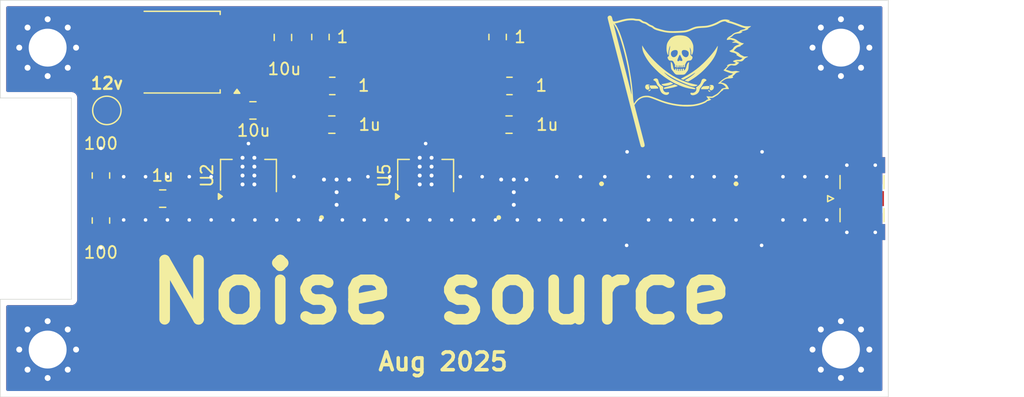
<source format=kicad_pcb>
(kicad_pcb (version 20240108) (generator "pcbnew") (generator_version "8.0")
  (layers (0 "F.Cu" signal) (31 "B.Cu" signal) (34 "B.Paste" user) (35 "F.Paste" user) (36 "B.SilkS" user "B.Silkscreen") (37 "F.SilkS" user "F.Silkscreen") (38 "B.Mask" user) (39 "F.Mask" user) (44 "Edge.Cuts" user))
  (net 0 "")
  (net 1 "GND")
  (net 2 "Net-(AT1-OUT)")
  (net 3 "Net-(AT1-IN)")
  (net 4 "Net-(U1-OUT)")
  (net 5 "Net-(C3-Pad1)")
  (net 6 "Net-(C4-Pad1)")
  (net 7 "Net-(C5-Pad1)")
  (net 8 "Net-(C5-Pad2)")
  (net 9 "Net-(R1-Pad2)")
  (net 10 "Net-(R3-Pad2)")
  (net 11 "Net-(U2-Pad3)")
  (net 12 "Net-(U3-Pad2)")
  (net 15 "Net-(U4-Pad1)")
  (net 16 "Net-(J1-Pin_1)")
  (net 17 "Net-(AT2-OUT)")
  (footprint "Footprints:SOT-89-3_VIAS" (layer "F.Cu") (at 129.659654 89.3 90)
    (property "Reference" "U2" (at 0 -3.5 90) (layer "F.SilkS"))
    (property "Value" "GVA-82")
    (pad "1" smd roundrect (at -1.95 -1.5 90) (size 1.3 0.9) (layers "F.Cu" "F.Paste" "F.Mask") (net 7 "Net-(C5-Pad1)"))
    (pad "2" smd custom (at -1.8625 0 90) (size 1.475 0.9) (layers "F.Cu" "F.Paste" "F.Mask") (net 1 "GND") (options (clearance outline) (anchor rect)) (primitives (gr_poly (pts (xy 3.8625 0.8665) (xy 0.7375 0.8665) (xy 0.7375 -0.8665) (xy 3.8625 -0.8665)) (width 0) (fill yes))))
    (pad "2" thru_hole circle (at -0.75 -0.5 90) (size 0.44 0.44) (drill 0.33) (layers "*.Cu") (net 1 "GND"))
    (pad "2" thru_hole circle (at -0.75 0.5 90) (size 0.44 0.44) (drill 0.33) (layers "*.Cu") (net 1 "GND"))
    (pad "2" thru_hole circle (at 0 -0.5 90) (size 0.44 0.44) (drill 0.33) (layers "*.Cu") (net 1 "GND"))
    (pad "2" thru_hole circle (at 0 0.5 90) (size 0.44 0.44) (drill 0.33) (layers "*.Cu") (net 1 "GND"))
    (pad "2" thru_hole circle (at 0.75 -0.5 90) (size 0.44 0.44) (drill 0.33) (layers "*.Cu") (net 1 "GND"))
    (pad "2" thru_hole circle (at 0.75 0.5 90) (size 0.44 0.44) (drill 0.33) (layers "*.Cu") (net 1 "GND"))
    (pad "2" thru_hole circle (at 1.5 -0.5 90) (size 0.44 0.44) (drill 0.33) (layers "*.Cu") (net 1 "GND"))
    (pad "2" thru_hole circle (at 1.5 0.5 90) (size 0.44 0.44) (drill 0.33) (layers "*.Cu") (net 1 "GND"))
    (pad "3" smd roundrect (at -1.95 1.5 90) (size 1.3 0.9) (layers "F.Cu" "F.Paste" "F.Mask") (net 11 "Net-(U2-Pad3)"))
  )
  (footprint "Capacitor_SMD:C_0805_2012Metric_Pad1.18x1.45mm_HandSolder" (layer "F.Cu") (at 132.569861 77.6375 -90)
    (property "Reference" "C2" (hide yes))
    (property "Value" "10u" (at 2.6625 -0.130139 180) (layer "F.SilkS"))
    (pad "1" smd roundrect (at -1.0375 0 270) (size 1.175 1.45) (layers "F.Cu" "F.Paste" "F.Mask") (roundrect_rratio 0.212766) (net 4 "Net-(U1-OUT)"))
    (pad "2" smd roundrect (at 1.0375 0 270) (size 1.175 1.45) (layers "F.Cu" "F.Paste" "F.Mask") (roundrect_rratio 0.212766) (net 1 "GND"))
  )
  (footprint "MountingHole:MountingHole_3.2mm_M3_Pad_Via" (layer "F.Cu") (at 112.7 104)
    (property "Reference" "H3" (hide yes))
    (property "Value" "MountingHole_Pad" (hide yes))
    (pad "1" thru_hole circle (at -2.4 0) (size 0.8 0.8) (drill 0.5) (layers "*.Cu" "*.Mask") (net 1 "GND"))
    (pad "1" thru_hole circle (at -1.697056 -1.697056) (size 0.8 0.8) (drill 0.5) (layers "*.Cu" "*.Mask") (net 1 "GND"))
    (pad "1" thru_hole circle (at -1.697056 1.697056) (size 0.8 0.8) (drill 0.5) (layers "*.Cu" "*.Mask") (net 1 "GND"))
    (pad "1" thru_hole circle (at 0 -2.4) (size 0.8 0.8) (drill 0.5) (layers "*.Cu" "*.Mask") (net 1 "GND"))
    (pad "1" thru_hole circle (at 0 0) (size 6.4 6.4) (drill 3.2) (layers "*.Cu" "*.Mask") (net 1 "GND"))
    (pad "1" thru_hole circle (at 0 2.4) (size 0.8 0.8) (drill 0.5) (layers "*.Cu" "*.Mask") (net 1 "GND"))
    (pad "1" thru_hole circle (at 1.697056 -1.697056) (size 0.8 0.8) (drill 0.5) (layers "*.Cu" "*.Mask") (net 1 "GND"))
    (pad "1" thru_hole circle (at 1.697056 1.697056) (size 0.8 0.8) (drill 0.5) (layers "*.Cu" "*.Mask") (net 1 "GND"))
    (pad "1" thru_hole circle (at 2.4 0) (size 0.8 0.8) (drill 0.5) (layers "*.Cu" "*.Mask") (net 1 "GND"))
  )
  (footprint "Capacitor_SMD:C_0805_2012Metric_Pad1.18x1.45mm_HandSolder" (layer "F.Cu") (at 136.702223 85 180)
    (property "Reference" "C3" (hide yes))
    (property "Value" "1u" (at -3.197777 0 0) (layer "F.SilkS"))
    (pad "1" smd roundrect (at -1.0375 0 180) (size 1.175 1.45) (layers "F.Cu" "F.Paste" "F.Mask") (roundrect_rratio 0.212766) (net 5 "Net-(C3-Pad1)"))
    (pad "2" smd roundrect (at 1.0375 0 180) (size 1.175 1.45) (layers "F.Cu" "F.Paste" "F.Mask") (roundrect_rratio 0.212766) (net 1 "GND"))
  )
  (footprint "Resistor_SMD:R_0805_2012Metric_Pad1.20x1.40mm_HandSolder" (layer "F.Cu") (at 136.739723 81.735)
    (property "Reference" "R2" (hide yes))
    (property "Value" "1" (at 2.660277 -0.035 0) (layer "F.SilkS"))
    (pad "1" smd roundrect (at -1 0) (size 1.2 1.4) (layers "F.Cu" "F.Paste" "F.Mask") (roundrect_rratio 0.208333) (net 9 "Net-(R1-Pad2)"))
    (pad "2" smd roundrect (at 1 0) (size 1.2 1.4) (layers "F.Cu" "F.Paste" "F.Mask") (roundrect_rratio 0.208333) (net 5 "Net-(C3-Pad1)"))
  )
  (footprint "Footprints:IC_TCBT-14_" (layer "F.Cu") (at 152.069861 89.64 90)
    (property "Reference" "U4" (hide yes))
    (property "Value" "TCBT-14_" (hide yes))
    (pad "1" smd rect (at -1.61 -1.27 90) (size 1.68 0.79) (layers "F.Cu" "F.Paste") (net 15 "Net-(U4-Pad1)"))
    (pad "2" smd rect (at -1.61 1.27 90) (size 1.68 0.79) (layers "F.Cu" "F.Paste") (net 3 "Net-(AT1-IN)"))
    (pad "3" smd rect (at 1.61 0.635 90) (size 1.68 2.06) (layers "F.Cu" "F.Paste") (net 6 "Net-(C4-Pad1)"))
    (pad "4" smd rect (at 1.61 -1.27 90) (size 1.68 0.79) (layers "F.Cu" "F.Paste"))
    (pad "5" thru_hole circle (at -2.1336 0 90) (size 0.44 0.44) (drill 0.33) (layers "*.Cu") (net 1 "GND"))
    (pad "5" thru_hole circle (at -1.0668 0 90) (size 0.44 0.44) (drill 0.33) (layers "*.Cu") (net 1 "GND"))
    (pad "5" thru_hole circle (at 0 -1.0668 90) (size 0.44 0.44) (drill 0.33) (layers "*.Cu") (net 1 "GND"))
    (pad "5" smd custom (at 0 0 90) (size 0.1 0.1) (layers "F.Cu") (net 1 "GND") (options (clearance outline) (anchor rect)) (primitives (gr_poly (pts (xy -0.34 -1.7) (xy 0.35 -1.7) (xy 0.35 1.9) (xy -0.34 1.9) (xy -0.34 0.395) (xy -2.45 0.395) (xy -2.45 -0.395) (xy -0.34 -0.395)) (width 0.01) (fill yes))))
    (pad "5" thru_hole circle (at 0 0 90) (size 0.44 0.44) (drill 0.33) (layers "*.Cu") (net 1 "GND"))
    (pad "5" thru_hole circle (at 0 1.0668 90) (size 0.44 0.44) (drill 0.33) (layers "*.Cu") (net 1 "GND"))
  )
  (footprint "MountingHole:MountingHole_3.2mm_M3_Pad_Via" (layer "F.Cu") (at 112.7 78.5)
    (property "Reference" "H1" (hide yes))
    (property "Value" "MountingHole_Pad" (hide yes))
    (pad "1" thru_hole circle (at -2.4 0) (size 0.8 0.8) (drill 0.5) (layers "*.Cu" "*.Mask") (net 1 "GND"))
    (pad "1" thru_hole circle (at -1.697056 -1.697056) (size 0.8 0.8) (drill 0.5) (layers "*.Cu" "*.Mask") (net 1 "GND"))
    (pad "1" thru_hole circle (at -1.697056 1.697056) (size 0.8 0.8) (drill 0.5) (layers "*.Cu" "*.Mask") (net 1 "GND"))
    (pad "1" thru_hole circle (at 0 -2.4) (size 0.8 0.8) (drill 0.5) (layers "*.Cu" "*.Mask") (net 1 "GND"))
    (pad "1" thru_hole circle (at 0 0) (size 6.4 6.4) (drill 3.2) (layers "*.Cu" "*.Mask") (net 1 "GND"))
    (pad "1" thru_hole circle (at 0 2.4) (size 0.8 0.8) (drill 0.5) (layers "*.Cu" "*.Mask") (net 1 "GND"))
    (pad "1" thru_hole circle (at 1.697056 -1.697056) (size 0.8 0.8) (drill 0.5) (layers "*.Cu" "*.Mask") (net 1 "GND"))
    (pad "1" thru_hole circle (at 1.697056 1.697056) (size 0.8 0.8) (drill 0.5) (layers "*.Cu" "*.Mask") (net 1 "GND"))
    (pad "1" thru_hole circle (at 2.4 0) (size 0.8 0.8) (drill 0.5) (layers "*.Cu" "*.Mask") (net 1 "GND"))
  )
  (footprint "Footprints:PAT3" (layer "F.Cu") (at 161.63993 91.25)
    (property "Reference" "AT1" (hide yes))
    (property "Value" "PAT-3+" (hide yes))
    (pad "1" smd rect (at -2.16 0 90) (size 1.52 1.52) (layers "F.Cu" "F.Paste" "F.Mask") (net 3 "Net-(AT1-IN)"))
    (pad "2" smd rect (at 0 2.095 90) (size 1.65 2.03) (layers "F.Cu" "F.Paste" "F.Mask") (net 1 "GND"))
    (pad "3" smd rect (at 2.16 0 90) (size 1.52 1.52) (layers "F.Cu" "F.Paste" "F.Mask") (net 2 "Net-(AT1-OUT)"))
    (pad "4" smd rect (at 0 -2.095 90) (size 1.65 2.03) (layers "F.Cu" "F.Paste" "F.Mask") (net 1 "GND"))
  )
  (footprint "LOGO" (layer "F.Cu") (at 166.2 81.3)
    (property "Reference" "G***" (hide yes))
    (property "Value" "LOGO" (hide yes))
  )
  (footprint "Capacitor_SMD:C_0805_2012Metric_Pad1.18x1.45mm_HandSolder" (layer "F.Cu") (at 130.0375 83.8)
    (property "Reference" "C1" (hide yes))
    (property "Value" "10u" (at 0.0625 1.7 0) (layer "F.SilkS"))
    (pad "1" smd roundrect (at -1.0375 0) (size 1.175 1.45) (layers "F.Cu" "F.Paste" "F.Mask") (roundrect_rratio 0.212766) (net 16 "Net-(J1-Pin_1)"))
    (pad "2" smd roundrect (at 1.0375 0) (size 1.175 1.45) (layers "F.Cu" "F.Paste" "F.Mask") (roundrect_rratio 0.212766) (net 1 "GND"))
  )
  (footprint "Package_TO_SOT_SMD:TO-252-2" (layer "F.Cu") (at 123.96 78.88 180)
    (property "Reference" "U1" (hide yes))
    (property "Value" "L7805" (hide yes))
    (pad "1" smd roundrect (at -5.04 -2.28 180) (size 2.2 1.2) (layers "F.Cu" "F.Paste" "F.Mask") (roundrect_rratio 0.208333) (net 16 "Net-(J1-Pin_1)"))
    (pad "2" smd roundrect (at -0.415 -1.525 180) (size 3.05 2.75) (layers "F.Cu" "F.Paste") (roundrect_rratio 0.090909) (net 1 "GND"))
    (pad "2" smd roundrect (at -0.415 1.525 180) (size 3.05 2.75) (layers "F.Cu" "F.Paste") (roundrect_rratio 0.090909) (net 1 "GND"))
    (pad "2" smd roundrect (at 1.26 0 180) (size 6.4 5.8) (layers "F.Cu" "F.Mask") (roundrect_rratio 0.043103) (net 1 "GND"))
    (pad "2" smd roundrect (at 2.935 -1.525 180) (size 3.05 2.75) (layers "F.Cu" "F.Paste") (roundrect_rratio 0.090909) (net 1 "GND"))
    (pad "2" smd roundrect (at 2.935 1.525 180) (size 3.05 2.75) (layers "F.Cu" "F.Paste") (roundrect_rratio 0.090909) (net 1 "GND"))
    (pad "3" smd roundrect (at -5.04 2.28 180) (size 2.2 1.2) (layers "F.Cu" "F.Paste" "F.Mask") (roundrect_rratio 0.208333) (net 4 "Net-(U1-OUT)"))
  )
  (footprint "Resistor_SMD:R_0805_2012Metric_Pad1.20x1.40mm_HandSolder" (layer "F.Cu") (at 117.2 93.1 -90)
    (property "Reference" "R5" (hide yes))
    (property "Value" "100" (at 2.7 0 180) (layer "F.SilkS"))
    (pad "1" smd roundrect (at -1 0 270) (size 1.2 1.4) (layers "F.Cu" "F.Paste" "F.Mask") (roundrect_rratio 0.208333) (net 8 "Net-(C5-Pad2)"))
    (pad "2" smd roundrect (at 1 0 270) (size 1.2 1.4) (layers "F.Cu" "F.Paste" "F.Mask") (roundrect_rratio 0.208333) (net 1 "GND"))
  )
  (footprint "Footprints:SMA_Edge" (layer "F.Cu") (at 181.335 91.25 90)
    (property "Reference" "J2" (hide yes))
    (property "Value" "ANT")
    (pad "1" smd rect (at 0 0.2 90) (size 1.27 3.6) (layers "F.Cu" "F.Paste" "F.Mask") (net 17 "Net-(AT2-OUT)"))
    (pad "2" smd rect (at -2.825 0 90) (size 1.35 4.2) (layers "F.Cu" "F.Paste" "F.Mask") (net 1 "GND"))
    (pad "2" smd rect (at -2.825 0 90) (size 1.35 4.2) (layers "B.Cu" "B.Paste" "B.Mask") (net 1 "GND"))
    (pad "2" smd rect (at 2.825 0 90) (size 1.35 4.2) (layers "F.Cu" "F.Paste" "F.Mask") (net 1 "GND"))
    (pad "2" smd rect (at 2.825 0 90) (size 1.35 4.2) (layers "B.Cu" "B.Paste" "B.Mask") (net 1 "GND"))
  )
  (footprint "Resistor_SMD:R_0805_2012Metric_Pad1.20x1.40mm_HandSolder" (layer "F.Cu") (at 135.739723 77.6 -90)
    (property "Reference" "R1" (hide yes))
    (property "Value" "1" (at 0 -1.860277 180) (layer "F.SilkS"))
    (pad "1" smd roundrect (at -1 0 270) (size 1.2 1.4) (layers "F.Cu" "F.Paste" "F.Mask") (roundrect_rratio 0.208333) (net 4 "Net-(U1-OUT)"))
    (pad "2" smd roundrect (at 1 0 270) (size 1.2 1.4) (layers "F.Cu" "F.Paste" "F.Mask") (roundrect_rratio 0.208333) (net 9 "Net-(R1-Pad2)"))
  )
  (footprint "Capacitor_SMD:C_0805_2012Metric_Pad1.18x1.45mm_HandSolder" (layer "F.Cu") (at 151.667361 85 180)
    (property "Reference" "C4" (hide yes))
    (property "Value" "1u" (at -3.232639 0 0) (layer "F.SilkS"))
    (pad "1" smd roundrect (at -1.0375 0 180) (size 1.175 1.45) (layers "F.Cu" "F.Paste" "F.Mask") (roundrect_rratio 0.212766) (net 6 "Net-(C4-Pad1)"))
    (pad "2" smd roundrect (at 1.0375 0 180) (size 1.175 1.45) (layers "F.Cu" "F.Paste" "F.Mask") (roundrect_rratio 0.212766) (net 1 "GND"))
  )
  (footprint "Footprints:IC_TCBT-14_" (layer "F.Cu") (at 137.104723 89.64 90)
    (property "Reference" "U3" (hide yes))
    (property "Value" "TCBT-14_" (hide yes))
    (pad "1" smd rect (at -1.61 -1.27 90) (size 1.68 0.79) (layers "F.Cu" "F.Paste") (net 11 "Net-(U2-Pad3)"))
    (pad "2" smd rect (at -1.61 1.27 90) (size 1.68 0.79) (layers "F.Cu" "F.Paste") (net 12 "Net-(U3-Pad2)"))
    (pad "3" smd rect (at 1.61 0.635 90) (size 1.68 2.06) (layers "F.Cu" "F.Paste") (net 5 "Net-(C3-Pad1)"))
    (pad "4" smd rect (at 1.61 -1.27 90) (size 1.68 0.79) (layers "F.Cu" "F.Paste"))
    (pad "5" thru_hole circle (at -2.1336 0 90) (size 0.44 0.44) (drill 0.33) (layers "*.Cu") (net 1 "GND"))
    (pad "5" thru_hole circle (at -1.0668 0 90) (size 0.44 0.44) (drill 0.33) (layers "*.Cu") (net 1 "GND"))
    (pad "5" thru_hole circle (at 0 -1.0668 90) (size 0.44 0.44) (drill 0.33) (layers "*.Cu") (net 1 "GND"))
    (pad "5" smd custom (at 0 0 90) (size 0.1 0.1) (layers "F.Cu") (net 1 "GND") (options (clearance outline) (anchor rect)) (primitives (gr_poly (pts (xy -0.34 -1.7) (xy 0.35 -1.7) (xy 0.35 1.9) (xy -0.34 1.9) (xy -0.34 0.395) (xy -2.45 0.395) (xy -2.45 -0.395) (xy -0.34 -0.395)) (width 0.01) (fill yes))))
    (pad "5" thru_hole circle (at 0 0 90) (size 0.44 0.44) (drill 0.33) (layers "*.Cu") (net 1 "GND"))
    (pad "5" thru_hole circle (at 0 1.0668 90) (size 0.44 0.44) (drill 0.33) (layers "*.Cu") (net 1 "GND"))
  )
  (footprint "TestPoint:TestPoint_Pad_D2.0mm" (layer "F.Cu") (at 117.7 83.8)
    (property "Reference" "J1" (hide yes))
    (property "Value" "PWR" (hide yes))
    (pad "1" smd circle (at 0 0) (size 2 2) (layers "F.Cu" "F.Mask") (net 16 "Net-(J1-Pin_1)"))
  )
  (footprint "Resistor_SMD:R_0805_2012Metric_Pad1.20x1.40mm_HandSolder" (layer "F.Cu") (at 117.2 89.3 90)
    (property "Reference" "R6" (hide yes))
    (property "Value" "100" (at 2.7 0 180) (layer "F.SilkS"))
    (pad "1" smd roundrect (at -1 0 90) (size 1.2 1.4) (layers "F.Cu" "F.Paste" "F.Mask") (roundrect_rratio 0.208333) (net 8 "Net-(C5-Pad2)"))
    (pad "2" smd roundrect (at 1 0 90) (size 1.2 1.4) (layers "F.Cu" "F.Paste" "F.Mask") (roundrect_rratio 0.208333) (net 1 "GND"))
  )
  (footprint "Footprints:PAT3" (layer "F.Cu") (at 173 91.25)
    (property "Reference" "AT2" (hide yes))
    (property "Value" "PAT-3+" (hide yes))
    (pad "1" smd rect (at -2.16 0 90) (size 1.52 1.52) (layers "F.Cu" "F.Paste" "F.Mask") (net 2 "Net-(AT1-OUT)"))
    (pad "2" smd rect (at 0 2.095 90) (size 1.65 2.03) (layers "F.Cu" "F.Paste" "F.Mask") (net 1 "GND"))
    (pad "3" smd rect (at 2.16 0 90) (size 1.52 1.52) (layers "F.Cu" "F.Paste" "F.Mask") (net 17 "Net-(AT2-OUT)"))
    (pad "4" smd rect (at 0 -2.095 90) (size 1.65 2.03) (layers "F.Cu" "F.Paste" "F.Mask") (net 1 "GND"))
  )
  (footprint "Resistor_SMD:R_0805_2012Metric_Pad1.20x1.40mm_HandSolder" (layer "F.Cu") (at 151.704861 81.735)
    (property "Reference" "R4" (hide yes))
    (property "Value" "1" (at 2.695139 -0.035 0) (layer "F.SilkS"))
    (pad "1" smd roundrect (at -1 0) (size 1.2 1.4) (layers "F.Cu" "F.Paste" "F.Mask") (roundrect_rratio 0.208333) (net 10 "Net-(R3-Pad2)"))
    (pad "2" smd roundrect (at 1 0) (size 1.2 1.4) (layers "F.Cu" "F.Paste" "F.Mask") (roundrect_rratio 0.208333) (net 6 "Net-(C4-Pad1)"))
  )
  (footprint "Capacitor_SMD:C_0805_2012Metric_Pad1.18x1.45mm_HandSolder" (layer "F.Cu") (at 122.414585 91.25 180)
    (property "Reference" "C5" (hide yes))
    (property "Value" "1u" (at 0 1.95 0) (layer "F.SilkS"))
    (pad "1" smd roundrect (at -1.0375 0 180) (size 1.175 1.45) (layers "F.Cu" "F.Paste" "F.Mask") (roundrect_rratio 0.212766) (net 7 "Net-(C5-Pad1)"))
    (pad "2" smd roundrect (at 1.0375 0 180) (size 1.175 1.45) (layers "F.Cu" "F.Paste" "F.Mask") (roundrect_rratio 0.212766) (net 8 "Net-(C5-Pad2)"))
  )
  (footprint "MountingHole:MountingHole_3.2mm_M3_Pad_Via" (layer "F.Cu") (at 179.7 104)
    (property "Reference" "H4" (hide yes))
    (property "Value" "MountingHole_Pad" (hide yes))
    (pad "1" thru_hole circle (at -2.4 0) (size 0.8 0.8) (drill 0.5) (layers "*.Cu" "*.Mask") (net 1 "GND"))
    (pad "1" thru_hole circle (at -1.697056 -1.697056) (size 0.8 0.8) (drill 0.5) (layers "*.Cu" "*.Mask") (net 1 "GND"))
    (pad "1" thru_hole circle (at -1.697056 1.697056) (size 0.8 0.8) (drill 0.5) (layers "*.Cu" "*.Mask") (net 1 "GND"))
    (pad "1" thru_hole circle (at 0 -2.4) (size 0.8 0.8) (drill 0.5) (layers "*.Cu" "*.Mask") (net 1 "GND"))
    (pad "1" thru_hole circle (at 0 0) (size 6.4 6.4) (drill 3.2) (layers "*.Cu" "*.Mask") (net 1 "GND"))
    (pad "1" thru_hole circle (at 0 2.4) (size 0.8 0.8) (drill 0.5) (layers "*.Cu" "*.Mask") (net 1 "GND"))
    (pad "1" thru_hole circle (at 1.697056 -1.697056) (size 0.8 0.8) (drill 0.5) (layers "*.Cu" "*.Mask") (net 1 "GND"))
    (pad "1" thru_hole circle (at 1.697056 1.697056) (size 0.8 0.8) (drill 0.5) (layers "*.Cu" "*.Mask") (net 1 "GND"))
    (pad "1" thru_hole circle (at 2.4 0) (size 0.8 0.8) (drill 0.5) (layers "*.Cu" "*.Mask") (net 1 "GND"))
  )
  (footprint "MountingHole:MountingHole_3.2mm_M3_Pad_Via" (layer "F.Cu") (at 179.7 78.5)
    (property "Reference" "H2" (hide yes))
    (property "Value" "MountingHole_Pad" (hide yes))
    (pad "1" thru_hole circle (at -2.4 0) (size 0.8 0.8) (drill 0.5) (layers "*.Cu" "*.Mask") (net 1 "GND"))
    (pad "1" thru_hole circle (at -1.697056 -1.697056) (size 0.8 0.8) (drill 0.5) (layers "*.Cu" "*.Mask") (net 1 "GND"))
    (pad "1" thru_hole circle (at -1.697056 1.697056) (size 0.8 0.8) (drill 0.5) (layers "*.Cu" "*.Mask") (net 1 "GND"))
    (pad "1" thru_hole circle (at 0 -2.4) (size 0.8 0.8) (drill 0.5) (layers "*.Cu" "*.Mask") (net 1 "GND"))
    (pad "1" thru_hole circle (at 0 0) (size 6.4 6.4) (drill 3.2) (layers "*.Cu" "*.Mask") (net 1 "GND"))
    (pad "1" thru_hole circle (at 0 2.4) (size 0.8 0.8) (drill 0.5) (layers "*.Cu" "*.Mask") (net 1 "GND"))
    (pad "1" thru_hole circle (at 1.697056 -1.697056) (size 0.8 0.8) (drill 0.5) (layers "*.Cu" "*.Mask") (net 1 "GND"))
    (pad "1" thru_hole circle (at 1.697056 1.697056) (size 0.8 0.8) (drill 0.5) (layers "*.Cu" "*.Mask") (net 1 "GND"))
    (pad "1" thru_hole circle (at 2.4 0) (size 0.8 0.8) (drill 0.5) (layers "*.Cu" "*.Mask") (net 1 "GND"))
  )
  (footprint "Footprints:SOT-89-3_VIAS" (layer "F.Cu") (at 144.624792 89.3 90)
    (property "Reference" "U5" (at 0 -3.5 90) (layer "F.SilkS"))
    (property "Value" "GVA-82")
    (pad "1" smd roundrect (at -1.95 -1.5 90) (size 1.3 0.9) (layers "F.Cu" "F.Paste" "F.Mask") (net 12 "Net-(U3-Pad2)"))
    (pad "2" smd custom (at -1.8625 0 90) (size 1.475 0.9) (layers "F.Cu" "F.Paste" "F.Mask") (net 1 "GND") (options (clearance outline) (anchor rect)) (primitives (gr_poly (pts (xy 3.8625 0.8665) (xy 0.7375 0.8665) (xy 0.7375 -0.8665) (xy 3.8625 -0.8665)) (width 0) (fill yes))))
    (pad "2" thru_hole circle (at -0.75 -0.5 90) (size 0.44 0.44) (drill 0.33) (layers "*.Cu") (net 1 "GND"))
    (pad "2" thru_hole circle (at -0.75 0.5 90) (size 0.44 0.44) (drill 0.33) (layers "*.Cu") (net 1 "GND"))
    (pad "2" thru_hole circle (at 0 -0.5 90) (size 0.44 0.44) (drill 0.33) (layers "*.Cu") (net 1 "GND"))
    (pad "2" thru_hole circle (at 0 0.5 90) (size 0.44 0.44) (drill 0.33) (layers "*.Cu") (net 1 "GND"))
    (pad "2" thru_hole circle (at 0.75 -0.5 90) (size 0.44 0.44) (drill 0.33) (layers "*.Cu") (net 1 "GND"))
    (pad "2" thru_hole circle (at 0.75 0.5 90) (size 0.44 0.44) (drill 0.33) (layers "*.Cu") (net 1 "GND"))
    (pad "2" thru_hole circle (at 1.5 -0.5 90) (size 0.44 0.44) (drill 0.33) (layers "*.Cu") (net 1 "GND"))
    (pad "2" thru_hole circle (at 1.5 0.5 90) (size 0.44 0.44) (drill 0.33) (layers "*.Cu") (net 1 "GND"))
    (pad "3" smd roundrect (at -1.95 1.5 90) (size 1.3 0.9) (layers "F.Cu" "F.Paste" "F.Mask") (net 15 "Net-(U4-Pad1)"))
  )
  (footprint "Resistor_SMD:R_0805_2012Metric_Pad1.20x1.40mm_HandSolder" (layer "F.Cu") (at 150.704861 77.6 -90)
    (property "Reference" "R3" (hide yes))
    (property "Value" "1" (at 0 -1.895139 180) (layer "F.SilkS"))
    (pad "1" smd roundrect (at -1 0 270) (size 1.2 1.4) (layers "F.Cu" "F.Paste" "F.Mask") (roundrect_rratio 0.208333) (net 4 "Net-(U1-OUT)"))
    (pad "2" smd roundrect (at 1 0 270) (size 1.2 1.4) (layers "F.Cu" "F.Paste" "F.Mask") (roundrect_rratio 0.208333) (net 10 "Net-(R3-Pad2)"))
  )
  (gr_rect (start 116.6 90.2) (end 118.1 92.2) (stroke (width 0.2)) (fill solid) (layer "F.Cu") (net 8))
  (gr_line (start 183.7 108) (end 183.7 74.5) (stroke (width 0.05)) (layer "Edge.Cuts"))
  (gr_line (start 108.7 99.75) (end 108.7 108) (stroke (width 0.05)) (layer "Edge.Cuts"))
  (gr_line (start 108.7 99.75) (end 114.7 99.75) (stroke (width 0.05)) (layer "Edge.Cuts"))
  (gr_line (start 114.7 82.75) (end 114.7 99.75) (stroke (width 0.05)) (layer "Edge.Cuts"))
  (gr_line (start 183.7 74.5) (end 108.7 74.5) (stroke (width 0.05)) (layer "Edge.Cuts"))
  (gr_line (start 108.7 74.5) (end 108.7 82.75) (stroke (width 0.05)) (layer "Edge.Cuts"))
  (gr_line (start 114.7 82.75) (end 108.7 82.75) (stroke (width 0.05)) (layer "Edge.Cuts"))
  (gr_line (start 108.7 108) (end 183.7 108) (stroke (width 0.05)) (layer "Edge.Cuts"))
  (gr_text "Noise source" (at 120.8 102.1 0) (layer "F.SilkS") (effects (font (size 5 5) (thickness 0.9) (bold yes)) (justify left bottom)))
  (gr_text "12v" (at 116.241667 82.1 0) (layer "F.SilkS") (effects (font (size 1 1) (thickness 0.2) (bold yes)) (justify left bottom)))
  (gr_text "Aug 2025" (at 140.47143 105.9 0) (layer "F.SilkS") (effects (font (size 1.5 1.5) (thickness 0.3) (bold yes)) (justify left bottom)))
  (via (at 146.827805 93.05) (size 0.6) (drill 0.3) (layers "F.Cu" "B.Cu") (net 1))
  (via (at 182.6 88.425) (size 0.6) (drill 0.3) (layers "F.Cu" "B.Cu") (net 1))
  (via (at 178.5 93.05) (size 0.6) (drill 0.3) (layers "F.Cu" "B.Cu") (net 1))
  (via (at 163.452488 89.4) (size 0.6) (drill 0.3) (layers "F.Cu" "B.Cu") (net 1))
  (via (at 144.980618 93.05) (size 0.6) (drill 0.3) (layers "F.Cu" "B.Cu") (net 1))
  (via (at 176.652797 89.4) (size 0.6) (drill 0.3) (layers "F.Cu" "B.Cu") (net 1))
  (via (at 168.994049 89.4) (size 0.6) (drill 0.3) (layers "F.Cu" "B.Cu") (net 1))
  (via (at 120.967187 89.4) (size 0.6) (drill 0.3) (layers "F.Cu" "B.Cu") (net 1))
  (via (at 182.6 94.1) (size 0.6) (drill 0.3) (layers "F.Cu" "B.Cu") (net 1))
  (via (at 117.2 95.4) (size 0.6) (drill 0.3) (layers "F.Cu" "B.Cu") (net 1))
  (via (at 167.146862 93.05) (size 0.6) (drill 0.3) (layers "F.Cu" "B.Cu") (net 1))
  (via (at 130.203122 93.05) (size 0.6) (drill 0.3) (layers "F.Cu" "B.Cu") (net 1))
  (via (at 119.12 93.05) (size 0.6) (drill 0.3) (layers "F.Cu" "B.Cu") (net 1))
  (via (at 122.814374 93.05) (size 0.6) (drill 0.3) (layers "F.Cu" "B.Cu") (net 1))
  (via (at 137.59187 93.05) (size 0.6) (drill 0.3) (layers "F.Cu" "B.Cu") (net 1))
  (via (at 143.133431 93.05) (size 0.6) (drill 0.3) (layers "F.Cu" "B.Cu") (net 1))
  (via (at 176.652797 93.05) (size 0.6) (drill 0.3) (layers "F.Cu" "B.Cu") (net 1))
  (via (at 156.06374 93.05) (size 0.6) (drill 0.3) (layers "F.Cu" "B.Cu") (net 1))
  (via (at 163.452488 93.05) (size 0.6) (drill 0.3) (layers "F.Cu" "B.Cu") (net 1))
  (via (at 168.994049 93.05) (size 0.6) (drill 0.3) (layers "F.Cu" "B.Cu") (net 1))
  (via (at 129.659654 86.6) (size 0.6) (drill 0.3) (layers "F.Cu" "B.Cu") (net 1))
  (via (at 141.286244 93.05) (size 0.6) (drill 0.3) (layers "F.Cu" "B.Cu") (net 1))
  (via (at 174.80561 89.4) (size 0.6) (drill 0.3) (layers "F.Cu" "B.Cu") (net 1))
  (via (at 128.355935 93.05) (size 0.6) (drill 0.3) (layers "F.Cu" "B.Cu") (net 1))
  (via (at 159.758114 93.05) (size 0.6) (drill 0.3) (layers "F.Cu" "B.Cu") (net 1))
  (via (at 157.7 89.4) (size 0.6) (drill 0.3) (layers "F.Cu" "B.Cu") (net 1))
  (via (at 178.5 89.4) (size 0.6) (drill 0.3) (layers "F.Cu" "B.Cu") (net 1))
  (via (at 147.552813 89.4) (size 0.6) (drill 0.3) (layers "F.Cu" "B.Cu") (net 1))
  (via (at 165.299675 89.4) (size 0.6) (drill 0.3) (layers "F.Cu" "B.Cu") (net 1))
  (via (at 132.050309 93.05) (size 0.6) (drill 0.3) (layers "F.Cu" "B.Cu") (net 1))
  (via (at 170.841236 93.05) (size 0.6) (drill 0.3) (layers "F.Cu" "B.Cu") (net 1))
  (via (at 120.967187 93.05) (size 0.6) (drill 0.3) (layers "F.Cu" "B.Cu") (net 1))
  (via (at 124.661561 89.4) (size 0.6) (drill 0.3) (layers "F.Cu" "B.Cu") (net 1))
  (via (at 139.439057 93.05) (size 0.6) (drill 0.3) (layers "F.Cu" "B.Cu") (net 1))
  (via (at 124.661561 93.05) (size 0.6) (drill 0.3) (layers "F.Cu" "B.Cu") (net 1))
  (via (at 152.369366 93.05) (size 0.6) (drill 0.3) (layers "F.Cu" "B.Cu") (net 1))
  (via (at 180.2 88.425) (size 0.6) (drill 0.3) (layers "F.Cu" "B.Cu") (net 1))
  (via (at 161.63993 87.3) (size 0.6) (drill 0.3) (layers "F.Cu" "B.Cu") (net 1))
  (via (at 122.814374 89.4) (size 0.6) (drill 0.3) (layers "F.Cu" "B.Cu") (net 1))
  (via (at 170.841236 89.4) (size 0.6) (drill 0.3) (layers "F.Cu" "B.Cu") (net 1))
  (via (at 119.12 89.4) (size 0.6) (drill 0.3) (layers "F.Cu" "B.Cu") (net 1))
  (via (at 173 95.2) (size 0.6) (drill 0.3) (layers "F.Cu" "B.Cu") (net 1))
  (via (at 126.508748 89.4) (size 0.6) (drill 0.3) (layers "F.Cu" "B.Cu") (net 1))
  (via (at 126.508748 93.05) (size 0.6) (drill 0.3) (layers "F.Cu" "B.Cu") (net 1))
  (via (at 161.6 95.2) (size 0.6) (drill 0.3) (layers "F.Cu" "B.Cu") (net 1))
  (via (at 150.522179 93.05) (size 0.6) (drill 0.3) (layers "F.Cu" "B.Cu") (net 1))
  (via (at 154.216553 93.05) (size 0.6) (drill 0.3) (layers "F.Cu" "B.Cu") (net 1))
  (via (at 133.897496 93.05) (size 0.6) (drill 0.3) (layers "F.Cu" "B.Cu") (net 1))
  (via (at 167.146862 89.4) (size 0.6) (drill 0.3) (layers "F.Cu" "B.Cu") (net 1))
  (via (at 141.6 89.4) (size 0.6) (drill 0.3) (layers "F.Cu" "B.Cu") (net 1))
  (via (at 180.2 94.1) (size 0.6) (drill 0.3) (layers "F.Cu" "B.Cu") (net 1))
  (via (at 157.910927 93.05) (size 0.6) (drill 0.3) (layers "F.Cu" "B.Cu") (net 1))
  (via (at 159.758114 89.4) (size 0.6) (drill 0.3) (layers "F.Cu" "B.Cu") (net 1))
  (via (at 144.624792 86.6) (size 0.6) (drill 0.3) (layers "F.Cu" "B.Cu") (net 1))
  (via (at 133.5 89.4) (size 0.6) (drill 0.3) (layers "F.Cu" "B.Cu") (net 1))
  (via (at 173.03993 87.3) (size 0.6) (drill 0.3) (layers "F.Cu" "B.Cu") (net 1))
  (via (at 149.4 89.4) (size 0.6) (drill 0.3) (layers "F.Cu" "B.Cu") (net 1))
  (via (at 117.2 87) (size 0.6) (drill 0.3) (layers "F.Cu" "B.Cu") (net 1))
  (via (at 135.744683 93.05) (size 0.6) (drill 0.3) (layers "F.Cu" "B.Cu") (net 1))
  (via (at 148.674992 93.05) (size 0.6) (drill 0.3) (layers "F.Cu" "B.Cu") (net 1))
  (via (at 139.752813 89.4) (size 0.6) (drill 0.3) (layers "F.Cu" "B.Cu") (net 1))
  (via (at 165.299675 93.05) (size 0.6) (drill 0.3) (layers "F.Cu" "B.Cu") (net 1))
  (via (at 155.7 89.4) (size 0.6) (drill 0.3) (layers "F.Cu" "B.Cu") (net 1))
  (via (at 174.80561 93.05) (size 0.6) (drill 0.3) (layers "F.Cu" "B.Cu") (net 1))
  (segment (start 170.84 91.25) (end 163.79993 91.25) (width 1.4364) (layer "F.Cu") (net 2))
  (segment (start 159.47993 91.25) (end 154.6 91.25) (width 1.4364) (layer "F.Cu") (net 3))
  (segment (start 149.2 76.6) (end 130.8 76.6) (width 1.4364) (layer "F.Cu") (net 4))
  (segment (start 137.739723 83.2) (end 137.739723 86.4) (width 1.4364) (layer "F.Cu") (net 5))
  (segment (start 152.704861 83.204861) (end 152.704861 86.495139) (width 1.4364) (layer "F.Cu") (net 6))
  (segment (start 123.59 91.25) (end 127 91.25) (width 1.4364) (layer "F.Cu") (net 7))
  (segment (start 121.25 91.25) (end 118.8 91.25) (width 1.4364) (layer "F.Cu") (net 8))
  (segment (start 135.739723 78.6) (end 135.739723 81.735) (width 1.4364) (layer "F.Cu") (net 9))
  (segment (start 150.704861 79.6) (end 150.704861 80.795139) (width 1.4364) (layer "F.Cu") (net 10))
  (segment (start 132.35 91.25) (end 134.7 91.25) (width 1.4364) (layer "F.Cu") (net 11))
  (segment (start 141.9 91.25) (end 139.5 91.25) (width 1.4364) (layer "F.Cu") (net 12))
  (segment (start 147.4 91.25) (end 149.7 91.25) (width 1.4364) (layer "F.Cu") (net 15))
  (segment (start 129 81.16) (end 129 83.8) (width 1.4364) (layer "F.Cu") (net 16))
  (segment (start 117.7 83.8) (end 129 83.8) (width 1.4364) (layer "F.Cu") (net 16))
  (segment (start 175.16 91.25) (end 181.535 91.25) (width 1.4364) (layer "F.Cu") (net 17))
  (zone (net 12) (net_name "Net-(U3-Pad2)") (layer "F.Cu") (priority 17540) (connect_pads yes (clearance 0)) (min_thickness 0.0254) (fill yes (thermal_gap 0.5) (thermal_bridge_width 0.5))
    (polygon (pts (xy 141.79227 91.25) (xy 141.891 91.9682) (xy 142.00057 91.96629) (xy 142.095247 91.961107) (xy 142.178017 91.953468) (xy 142.251864 91.944193) (xy 142.319775 91.9341) (xy 142.384735 91.924006) (xy 142.449731 91.914731) (xy 142.517749 91.907092) (xy 142.591774 91.901909) (xy 142.674792 91.9) (xy 143.124792 91.9) (xy 143.202792 91.25) (xy 143.124792 90.6) (xy 142.674792 90.6) (xy 142.591774 90.59809) (xy 142.517749 90.592907) (xy 142.449731 90.585268) (xy 142.384735 90.575993) (xy 142.319775 90.5659) (xy 142.251864 90.555806) (xy 142.178017 90.546531) (xy 142.095247 90.538892) (xy 142.00057 90.533709) (xy 141.891 90.5318)))
  )
  (zone (net 8) (net_name "Net-(C5-Pad2)") (layer "F.Cu") (priority 17540) (connect_pads yes (clearance 0)) (min_thickness 0.0254) (fill yes (thermal_gap 0.5) (thermal_bridge_width 0.5))
    (polygon (pts (xy 118.90773 91.25) (xy 118.814 90.5318) (xy 118.640115 90.558909) (xy 118.511234 90.632492) (xy 118.417354 90.740931) (xy 118.348473 90.872606) (xy 118.294587 91.0159) (xy 118.245694 91.159194) (xy 118.191791 91.290869) (xy 118.122876 91.399308) (xy 118.028947 91.472891) (xy 117.9 91.500001) (xy 117.2 91.500001) (xy 117.136416 92.133779) (xy 117.481493 92.629869) (xy 118.181493 92.629869) (xy 118.260507 92.572209) (xy 118.31974 92.499215) (xy 118.365296 92.415929) (xy 118.403279 92.327391) (xy 118.439793 92.238644) (xy 118.480944 92.154727) (xy 118.532835 92.080683) (xy 118.601572 92.021553) (xy 118.693259 91.982378) (xy 118.814 91.9682)))
  )
  (zone (net 4) (net_name "Net-(U1-OUT)") (layer "F.Cu") (priority 17540) (connect_pads yes (clearance 0)) (min_thickness 0.0254) (fill yes (thermal_gap 0.5) (thermal_bridge_width 0.5))
    (polygon (pts (xy 149.09227 76.6) (xy 149.186 77.3182) (xy 149.301073 77.31489) (xy 149.400227 77.305907) (xy 149.486665 77.292668) (xy 149.563592 77.276593) (xy 149.634212 77.2591) (xy 149.701729 77.241606) (xy 149.769348 77.225531) (xy 149.840274 77.212292) (xy 149.91771 77.203309) (xy 150.004861 77.2) (xy 150.704861 77.2) (xy 150.776861 76.6) (xy 150.704861 76) (xy 150.004861 76) (xy 149.91771 75.99669) (xy 149.840274 75.987707) (xy 149.769348 75.974468) (xy 149.701729 75.958393) (xy 149.634212 75.9409) (xy 149.563592 75.923406) (xy 149.486665 75.907331) (xy 149.400227 75.894092) (xy 149.301073 75.885109) (xy 149.186 75.8818)))
  )
  (zone (net 10) (net_name "Net-(R3-Pad2)") (layer "F.Cu") (priority 17540) (connect_pads yes (clearance 0)) (min_thickness 0.0254) (fill yes (thermal_gap 0.5) (thermal_bridge_width 0.5))
    (polygon (pts (xy 150.704861 80.687409) (xy 149.986661 80.781139) (xy 149.98997 80.819435) (xy 149.998953 80.851225) (xy 150.012192 80.877872) (xy 150.028267 80.900741) (xy 150.045761 80.921195) (xy 150.063254 80.9406) (xy 150.079329 80.960318) (xy 150.092568 80.981715) (xy 150.101551 81.006154) (xy 150.104861 81.035) (xy 150.104861 81.735) (xy 150.704861 81.807) (xy 151.304861 81.735) (xy 151.304861 81.035) (xy 151.30817 81.006154) (xy 151.317153 80.981715) (xy 151.330392 80.960318) (xy 151.346467 80.9406) (xy 151.363961 80.921195) (xy 151.381454 80.900741) (xy 151.397529 80.877872) (xy 151.410768 80.851225) (xy 151.419751 80.819435) (xy 151.423061 80.781139)))
  )
  (zone (net 10) (net_name "Net-(R3-Pad2)") (layer "F.Cu") (priority 17540) (connect_pads yes (clearance 0)) (min_thickness 0.0254) (fill yes (thermal_gap 0.5) (thermal_bridge_width 0.5))
    (polygon (pts (xy 150.704861 79.70773) (xy 151.423061 79.612) (xy 151.422551 79.554532) (xy 151.421168 79.504817) (xy 151.419129 79.461302) (xy 151.416654 79.422436) (xy 151.413961 79.386668) (xy 151.411267 79.352447) (xy 151.408792 79.31822) (xy 151.406753 79.282438) (xy 151.40537 79.243548) (xy 151.404861 79.2) (xy 151.404861 78.6) (xy 150.704861 78.516) (xy 150.004861 78.6) (xy 150.004861 79.2) (xy 150.004351 79.243548) (xy 150.002968 79.282438) (xy 150.000929 79.31822) (xy 149.998454 79.352447) (xy 149.995761 79.386668) (xy 149.993067 79.422436) (xy 149.990592 79.461302) (xy 149.988553 79.504817) (xy 149.98717 79.554532) (xy 149.986661 79.612)))
  )
  (zone (net 15) (net_name "Net-(U4-Pad1)") (layer "F.Cu") (priority 17540) (connect_pads yes (clearance 0)) (min_thickness 0.0254) (fill yes (thermal_gap 0.5) (thermal_bridge_width 0.5))
    (polygon (pts (xy 147.50773 91.25) (xy 147.409 90.5318) (xy 147.292422 90.533709) (xy 147.191671 90.538892) (xy 147.103576 90.546531) (xy 147.024963 90.555806) (xy 146.952662 90.5659) (xy 146.883499 90.575993) (xy 146.814302 90.585268) (xy 146.7419 90.592907) (xy 146.663121 90.59809) (xy 146.574792 90.6) (xy 146.124792 90.6) (xy 146.046792 91.25) (xy 146.124792 91.9) (xy 146.574792 91.9) (xy 146.663121 91.901909) (xy 146.7419 91.907092) (xy 146.814302 91.914731) (xy 146.883499 91.924006) (xy 146.952662 91.9341) (xy 147.024963 91.944193) (xy 147.103576 91.953468) (xy 147.191671 91.961107) (xy 147.292422 91.96629) (xy 147.409 91.9682)))
  )
  (zone (net 4) (net_name "Net-(U1-OUT)") (layer "F.Cu") (priority 17540) (connect_pads yes (clearance 0)) (min_thickness 0.0254) (fill yes (thermal_gap 0.5) (thermal_bridge_width 0.5))
    (polygon (pts (xy 130.90773 76.6) (xy 130.822 75.8818) (xy 130.7203 75.885109) (xy 130.63278 75.894092) (xy 130.55658 75.907331) (xy 130.488841 75.923406) (xy 130.426705 75.9409) (xy 130.367313 75.958393) (xy 130.307804 75.974468) (xy 130.245322 75.987707) (xy 130.177007 75.99669) (xy 130.1 76) (xy 129 76) (xy 128.928 76.6) (xy 129 77.2) (xy 130.1 77.2) (xy 130.177007 77.203309) (xy 130.245322 77.212292) (xy 130.307804 77.225531) (xy 130.367313 77.241606) (xy 130.426705 77.2591) (xy 130.488841 77.276593) (xy 130.55658 77.292668) (xy 130.63278 77.305907) (xy 130.7203 77.31489) (xy 130.822 77.3182)))
  )
  (zone (net 3) (net_name "Net-(AT1-IN)") (layer "F.Cu") (priority 17540) (connect_pads yes (clearance 0)) (min_thickness 0.0254) (fill yes (thermal_gap 0.5) (thermal_bridge_width 0.5))
    (polygon (pts (xy 154.70773 91.25) (xy 154.6079 90.5318) (xy 154.485278 90.528389) (xy 154.37959 90.519132) (xy 154.287429 90.505491) (xy 154.205388 90.488926) (xy 154.13006 90.4709) (xy 154.058037 90.452873) (xy 153.985913 90.436308) (xy 153.91028 90.422667) (xy 153.827732 90.41341) (xy 153.734861 90.41) (xy 153.339861 90.41) (xy 153.239061 91.25) (xy 153.339861 92.09) (xy 153.734861 92.09) (xy 153.827732 92.086589) (xy 153.91028 92.077332) (xy 153.985913 92.063691) (xy 154.058037 92.047126) (xy 154.13006 92.0291) (xy 154.205388 92.011073) (xy 154.287429 91.994508) (xy 154.37959 91.980867) (xy 154.485278 91.97161) (xy 154.6079 91.9682)))
  )
  (zone (net 8) (net_name "Net-(C5-Pad2)") (layer "F.Cu") (priority 17540) (connect_pads yes (clearance 0)) (min_thickness 0.0254) (fill yes (thermal_gap 0.5) (thermal_bridge_width 0.5))
    (polygon (pts (xy 118.90773 91.25) (xy 118.814 90.5318) (xy 118.688307 90.515844) (xy 118.595633 90.471746) (xy 118.529006 90.405158) (xy 118.481455 90.321731) (xy 118.446008 90.227118) (xy 118.415693 90.126971) (xy 118.383538 90.026942) (xy 118.342573 89.932684) (xy 118.285825 89.849848) (xy 118.206323 89.784088) (xy 117.506323 89.784088) (xy 117.138091 90.263242) (xy 117.2 90.899999) (xy 117.9 90.899999) (xy 118.034721 90.929908) (xy 118.130018 91.011091) (xy 118.197064 91.13073) (xy 118.247033 91.276005) (xy 118.291099 91.434099) (xy 118.340438 91.592193) (xy 118.406223 91.737468) (xy 118.499629 91.857107) (xy 118.63183 91.93829) (xy 118.814 91.9682)))
  )
  (zone (net 11) (net_name "Net-(U2-Pad3)") (layer "F.Cu") (priority 17540) (connect_pads yes (clearance 0)) (min_thickness 0.0254) (fill yes (thermal_gap 0.5) (thermal_bridge_width 0.5))
    (polygon (pts (xy 134.59227 91.25) (xy 134.6921 91.9682) (xy 134.797397 91.97161) (xy 134.888019 91.980867) (xy 134.966924 91.994508) (xy 135.037071 92.011073) (xy 135.101418 92.0291) (xy 135.162925 92.047126) (xy 135.22455 92.063691) (xy 135.289252 92.077332) (xy 135.35999 92.086589) (xy 135.439723 92.09) (xy 135.834723 92.09) (xy 135.935523 91.25) (xy 135.834723 90.41) (xy 135.439723 90.41) (xy 135.35999 90.41341) (xy 135.289252 90.422667) (xy 135.22455 90.436308) (xy 135.162925 90.452873) (xy 135.101418 90.4709) (xy 135.037071 90.488926) (xy 134.966924 90.505491) (xy 134.888019 90.519132) (xy 134.797397 90.528389) (xy 134.6921 90.5318)))
  )
  (zone (net 6) (net_name "Net-(C4-Pad1)") (layer "F.Cu") (priority 17540) (connect_pads yes (clearance 0)) (min_thickness 0.0254) (fill yes (thermal_gap 0.5) (thermal_bridge_width 0.5))
    (polygon (pts (xy 152.704861 83.312591) (xy 153.423061 83.218861) (xy 153.419751 83.108623) (xy 153.410768 83.013674) (xy 153.397529 82.930935) (xy 153.381454 82.857327) (xy 153.363961 82.789771) (xy 153.346467 82.725188) (xy 153.330392 82.660498) (xy 153.317153 82.592622) (xy 153.30817 82.518483) (xy 153.304861 82.435) (xy 153.304861 81.735) (xy 152.704861 81.663) (xy 152.104861 81.735) (xy 152.104861 82.435) (xy 152.101551 82.518483) (xy 152.092568 82.592622) (xy 152.079329 82.660498) (xy 152.063254 82.725188) (xy 152.045761 82.789771) (xy 152.028267 82.857327) (xy 152.012192 82.930935) (xy 151.998953 83.013674) (xy 151.98997 83.108623) (xy 151.986661 83.218861)))
  )
  (zone (net 6) (net_name "Net-(C4-Pad1)") (layer "F.Cu") (priority 17540) (connect_pads yes (clearance 0)) (min_thickness 0.0254) (fill yes (thermal_gap 0.5) (thermal_bridge_width 0.5))
    (polygon (pts (xy 152.704861 86.387409) (xy 151.986661 86.478339) (xy 151.97793 86.5848) (xy 151.954233 86.673558) (xy 151.919312 86.748311) (xy 151.876907 86.812756) (xy 151.830761 86.870589) (xy 151.784614 86.925509) (xy 151.742209 86.981213) (xy 151.707288 87.041398) (xy 151.683591 87.109761) (xy 151.674861 87.19) (xy 151.674861 88.03) (xy 152.704861 88.1536) (xy 153.734861 88.03) (xy 153.734861 87.19) (xy 153.72613 87.109761) (xy 153.702433 87.041398) (xy 153.667512 86.981213) (xy 153.625107 86.925509) (xy 153.578961 86.870589) (xy 153.532814 86.812756) (xy 153.490409 86.748311) (xy 153.455488 86.673558) (xy 153.431791 86.5848) (xy 153.423061 86.478339)))
  )
  (zone (net 5) (net_name "Net-(C3-Pad1)") (layer "F.Cu") (priority 17540) (connect_pads yes (clearance 0)) (min_thickness 0.0254) (fill yes (thermal_gap 0.5) (thermal_bridge_width 0.5))
    (polygon (pts (xy 137.739723 86.29227) (xy 137.021523 86.3832) (xy 137.012792 86.502124) (xy 136.989095 86.60204) (xy 136.954174 86.686887) (xy 136.911769 86.760608) (xy 136.865623 86.827144) (xy 136.819476 86.890437) (xy 136.777071 86.954427) (xy 136.74215 87.023057) (xy 136.718453 87.100267) (xy 136.709723 87.19) (xy 136.709723 88.03) (xy 137.739723 88.1536) (xy 138.769723 88.03) (xy 138.769723 87.19) (xy 138.760992 87.100267) (xy 138.737295 87.023057) (xy 138.702374 86.954427) (xy 138.659969 86.890437) (xy 138.613823 86.827144) (xy 138.567676 86.760608) (xy 138.525271 86.686887) (xy 138.49035 86.60204) (xy 138.466653 86.502124) (xy 138.457923 86.3832)))
  )
  (zone (net 10) (net_name "Net-(R3-Pad2)") (layer "F.Cu") (priority 17540) (connect_pads yes (clearance 0)) (min_thickness 0.0254) (fill yes (thermal_gap 0.5) (thermal_bridge_width 0.5))
    (polygon (pts (xy 150.704861 80.687409) (xy 149.986661 80.781139) (xy 149.98997 80.819435) (xy 149.998953 80.851225) (xy 150.012192 80.877872) (xy 150.028267 80.900741) (xy 150.045761 80.921195) (xy 150.063254 80.9406) (xy 150.079329 80.960318) (xy 150.092568 80.981715) (xy 150.101551 81.006154) (xy 150.104861 81.035) (xy 150.104861 81.735) (xy 150.704861 81.807) (xy 151.304861 81.735) (xy 151.304861 81.035) (xy 151.30817 81.006154) (xy 151.317153 80.981715) (xy 151.330392 80.960318) (xy 151.346467 80.9406) (xy 151.363961 80.921195) (xy 151.381454 80.900741) (xy 151.397529 80.877872) (xy 151.410768 80.851225) (xy 151.419751 80.819435) (xy 151.423061 80.781139)))
  )
  (zone (net 7) (net_name "Net-(C5-Pad1)") (layer "F.Cu") (priority 17540) (connect_pads yes (clearance 0)) (min_thickness 0.0254) (fill yes (thermal_gap 0.5) (thermal_bridge_width 0.5))
    (polygon (pts (xy 126.89227 91.25) (xy 126.991 91.9682) (xy 127.091522 91.96629) (xy 127.178353 91.961107) (xy 127.25424 91.953468) (xy 127.321929 91.944193) (xy 127.384165 91.9341) (xy 127.443693 91.924006) (xy 127.503261 91.914731) (xy 127.565613 91.907092) (xy 127.633495 91.901909) (xy 127.709654 91.9) (xy 128.159654 91.9) (xy 128.237654 91.25) (xy 128.159654 90.6) (xy 127.709654 90.6) (xy 127.633495 90.59809) (xy 127.565613 90.592907) (xy 127.503261 90.585268) (xy 127.443693 90.575993) (xy 127.384165 90.5659) (xy 127.321929 90.555806) (xy 127.25424 90.546531) (xy 127.178353 90.538892) (xy 127.091522 90.533709) (xy 126.991 90.5318)))
  )
  (zone (net 15) (net_name "Net-(U4-Pad1)") (layer "F.Cu") (priority 17540) (connect_pads yes (clearance 0)) (min_thickness 0.0254) (fill yes (thermal_gap 0.5) (thermal_bridge_width 0.5))
    (polygon (pts (xy 149.59227 91.25) (xy 149.6921 91.9682) (xy 149.792591 91.97161) (xy 149.879029 91.980867) (xy 149.954249 91.994508) (xy 150.021085 92.011073) (xy 150.082375 92.0291) (xy 150.140953 92.047126) (xy 150.199655 92.063691) (xy 150.261316 92.077332) (xy 150.328773 92.086589) (xy 150.404861 92.09) (xy 150.799861 92.09) (xy 150.900661 91.25) (xy 150.799861 90.41) (xy 150.404861 90.41) (xy 150.328773 90.41341) (xy 150.261316 90.422667) (xy 150.199655 90.436308) (xy 150.140953 90.452873) (xy 150.082375 90.4709) (xy 150.021085 90.488926) (xy 149.954249 90.505491) (xy 149.879029 90.519132) (xy 149.792591 90.528389) (xy 149.6921 90.5318)))
  )
  (zone (net 12) (net_name "Net-(U3-Pad2)") (layer "F.Cu") (priority 17540) (connect_pads yes (clearance 0)) (min_thickness 0.0254) (fill yes (thermal_gap 0.5) (thermal_bridge_width 0.5))
    (polygon (pts (xy 139.60773 91.25) (xy 139.5079 90.5318) (xy 139.403904 90.528389) (xy 139.314416 90.519132) (xy 139.23651 90.505491) (xy 139.16726 90.488926) (xy 139.103741 90.4709) (xy 139.043028 90.452873) (xy 138.982194 90.436308) (xy 138.918316 90.422667) (xy 138.848467 90.41341) (xy 138.769723 90.41) (xy 138.374723 90.41) (xy 138.273923 91.25) (xy 138.374723 92.09) (xy 138.769723 92.09) (xy 138.848467 92.086589) (xy 138.918316 92.077332) (xy 138.982194 92.063691) (xy 139.043028 92.047126) (xy 139.103741 92.0291) (xy 139.16726 92.011073) (xy 139.23651 91.994508) (xy 139.314416 91.980867) (xy 139.403904 91.97161) (xy 139.5079 91.9682)))
  )
  (zone (net 11) (net_name "Net-(U2-Pad3)") (layer "F.Cu") (priority 17540) (connect_pads yes (clearance 0)) (min_thickness 0.0254) (fill yes (thermal_gap 0.5) (thermal_bridge_width 0.5))
    (polygon (pts (xy 132.45773 91.25) (xy 132.359 90.5318) (xy 132.254214 90.533709) (xy 132.163686 90.538892) (xy 132.084556 90.546531) (xy 132.013966 90.555806) (xy 131.949056 90.5659) (xy 131.886967 90.575993) (xy 131.824842 90.585268) (xy 131.75982 90.592907) (xy 131.689044 90.59809) (xy 131.609654 90.6) (xy 131.159654 90.6) (xy 131.081654 91.25) (xy 131.159654 91.9) (xy 131.609654 91.9) (xy 131.689044 91.901909) (xy 131.75982 91.907092) (xy 131.824842 91.914731) (xy 131.886967 91.924006) (xy 131.949056 91.9341) (xy 132.013966 91.944193) (xy 132.084556 91.953468) (xy 132.163686 91.961107) (xy 132.254214 91.96629) (xy 132.359 91.9682)))
  )
  (zone (net 5) (net_name "Net-(C3-Pad1)") (layer "F.Cu") (priority 17540) (connect_pads yes (clearance 0)) (min_thickness 0.0254) (fill yes (thermal_gap 0.5) (thermal_bridge_width 0.5))
    (polygon (pts (xy 137.739723 83.30773) (xy 138.457923 83.214) (xy 138.454613 83.104433) (xy 138.44563 83.010069) (xy 138.432391 82.927844) (xy 138.416316 82.854697) (xy 138.398823 82.787566) (xy 138.381329 82.72339) (xy 138.365254 82.659107) (xy 138.352015 82.591655) (xy 138.343032 82.517974) (xy 138.339723 82.435) (xy 138.339723 81.735) (xy 137.739723 81.663) (xy 137.139723 81.735) (xy 137.139723 82.435) (xy 137.136413 82.517974) (xy 137.12743 82.591655) (xy 137.114191 82.659107) (xy 137.098116 82.72339) (xy 137.080623 82.787566) (xy 137.063129 82.854697) (xy 137.047054 82.927844) (xy 137.033815 83.010069) (xy 137.024832 83.104433) (xy 137.021523 83.214)))
  )
  (zone (net 1) (net_name "GND") (layers "F&B.Cu") (connect_pads yes (clearance 0.5)) (min_thickness 0.25) (fill yes (thermal_gap 0.5) (thermal_bridge_width 0.5))
    (polygon (pts (xy 183.75 74.5) (xy 183.75 108) (xy 108.7 108) (xy 108.7 74.5)))
  )
)
</source>
